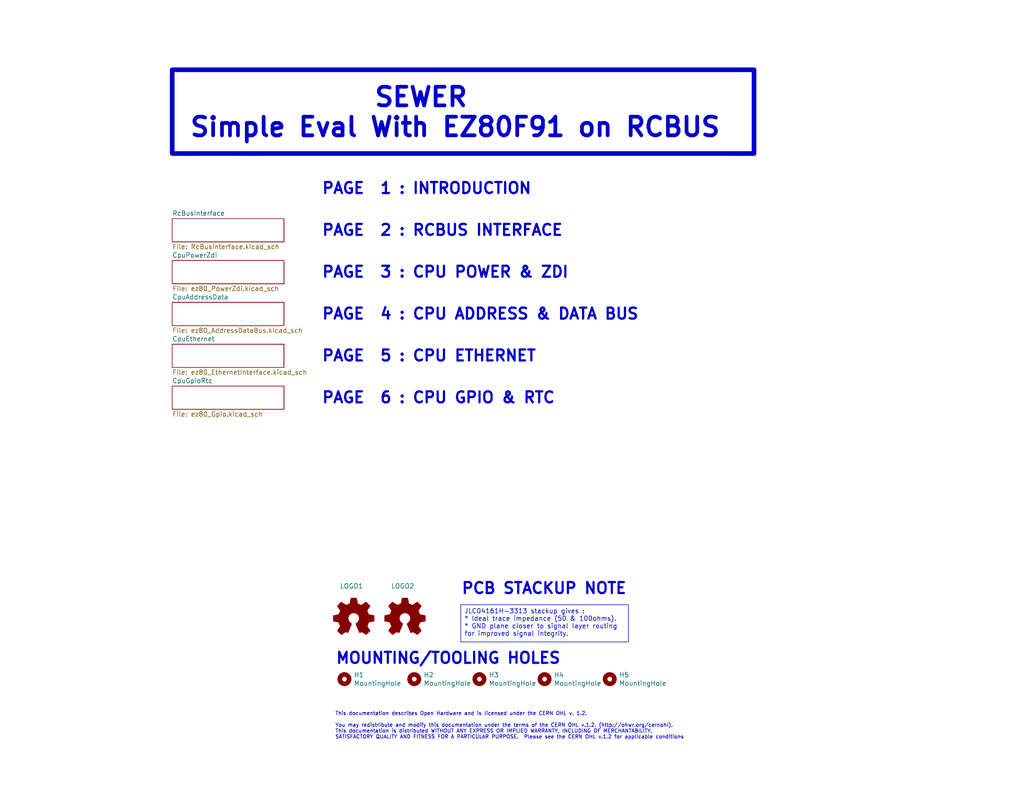
<source format=kicad_sch>
(kicad_sch
	(version 20231120)
	(generator "eeschema")
	(generator_version "8.0")
	(uuid "427359ba-a628-45f2-b713-ef7013e70a1d")
	(paper "USLetter")
	(title_block
		(title "SEWER")
		(date "2024-08-16")
		(rev "0")
		(company "Denno Wiggle")
		(comment 1 "Simple Eval With EZ80F91 on RCBUS")
	)
	(lib_symbols
		(symbol "Graphic:Logo_Open_Hardware_Small"
			(exclude_from_sim no)
			(in_bom no)
			(on_board no)
			(property "Reference" "#SYM"
				(at 0 6.985 0)
				(effects
					(font
						(size 1.27 1.27)
					)
					(hide yes)
				)
			)
			(property "Value" "Logo_Open_Hardware_Small"
				(at 0 -5.715 0)
				(effects
					(font
						(size 1.27 1.27)
					)
					(hide yes)
				)
			)
			(property "Footprint" ""
				(at 0 0 0)
				(effects
					(font
						(size 1.27 1.27)
					)
					(hide yes)
				)
			)
			(property "Datasheet" "~"
				(at 0 0 0)
				(effects
					(font
						(size 1.27 1.27)
					)
					(hide yes)
				)
			)
			(property "Description" "Open Hardware logo, small"
				(at 0 0 0)
				(effects
					(font
						(size 1.27 1.27)
					)
					(hide yes)
				)
			)
			(property "Sim.Enable" "0"
				(at 0 0 0)
				(effects
					(font
						(size 1.27 1.27)
					)
					(hide yes)
				)
			)
			(property "ki_keywords" "Logo"
				(at 0 0 0)
				(effects
					(font
						(size 1.27 1.27)
					)
					(hide yes)
				)
			)
			(symbol "Logo_Open_Hardware_Small_0_1"
				(polyline
					(pts
						(xy 3.3528 -4.3434) (xy 3.302 -4.318) (xy 3.175 -4.2418) (xy 2.9972 -4.1148) (xy 2.7686 -3.9624)
						(xy 2.54 -3.81) (xy 2.3622 -3.7084) (xy 2.2352 -3.6068) (xy 2.1844 -3.5814) (xy 2.159 -3.6068)
						(xy 2.0574 -3.6576) (xy 1.905 -3.7338) (xy 1.8034 -3.7846) (xy 1.6764 -3.8354) (xy 1.6002 -3.8354)
						(xy 1.6002 -3.8354) (xy 1.5494 -3.7338) (xy 1.4732 -3.5306) (xy 1.3462 -3.302) (xy 1.2446 -3.0226)
						(xy 1.1176 -2.7178) (xy 0.9652 -2.413) (xy 0.8636 -2.1082) (xy 0.7366 -1.8288) (xy 0.6604 -1.6256)
						(xy 0.6096 -1.4732) (xy 0.5842 -1.397) (xy 0.5842 -1.397) (xy 0.6604 -1.3208) (xy 0.7874 -1.2446)
						(xy 1.0414 -1.016) (xy 1.2954 -0.6858) (xy 1.4478 -0.3302) (xy 1.524 0.0762) (xy 1.4732 0.4572)
						(xy 1.3208 0.8128) (xy 1.0668 1.143) (xy 0.762 1.3716) (xy 0.4064 1.524) (xy 0 1.5748) (xy -0.381 1.5494)
						(xy -0.7366 1.397) (xy -1.0668 1.143) (xy -1.2192 0.9906) (xy -1.397 0.6604) (xy -1.524 0.3048)
						(xy -1.524 0.2286) (xy -1.4986 -0.1778) (xy -1.397 -0.5334) (xy -1.1938 -0.8636) (xy -0.9144 -1.143)
						(xy -0.8636 -1.1684) (xy -0.7366 -1.27) (xy -0.635 -1.3462) (xy -0.5842 -1.397) (xy -1.0668 -2.5908)
						(xy -1.143 -2.794) (xy -1.2954 -3.1242) (xy -1.397 -3.4036) (xy -1.4986 -3.6322) (xy -1.5748 -3.7846)
						(xy -1.6002 -3.8354) (xy -1.6002 -3.8354) (xy -1.651 -3.8354) (xy -1.7272 -3.81) (xy -1.905 -3.7338)
						(xy -2.0066 -3.683) (xy -2.1336 -3.6068) (xy -2.2098 -3.5814) (xy -2.2606 -3.6068) (xy -2.3622 -3.683)
						(xy -2.54 -3.81) (xy -2.7686 -3.9624) (xy -2.9718 -4.0894) (xy -3.1496 -4.2164) (xy -3.302 -4.318)
						(xy -3.3528 -4.3434) (xy -3.3782 -4.3434) (xy -3.429 -4.318) (xy -3.5306 -4.2164) (xy -3.7084 -4.064)
						(xy -3.937 -3.8354) (xy -3.9624 -3.81) (xy -4.1656 -3.6068) (xy -4.318 -3.4544) (xy -4.4196 -3.3274)
						(xy -4.445 -3.2766) (xy -4.445 -3.2766) (xy -4.4196 -3.2258) (xy -4.318 -3.0734) (xy -4.2164 -2.8956)
						(xy -4.064 -2.667) (xy -3.6576 -2.0828) (xy -3.8862 -1.5494) (xy -3.937 -1.3716) (xy -4.0386 -1.1684)
						(xy -4.0894 -1.0414) (xy -4.1148 -0.9652) (xy -4.191 -0.9398) (xy -4.318 -0.9144) (xy -4.5466 -0.8636)
						(xy -4.8006 -0.8128) (xy -5.0546 -0.7874) (xy -5.2578 -0.7366) (xy -5.4356 -0.7112) (xy -5.5118 -0.6858)
						(xy -5.5118 -0.6858) (xy -5.5372 -0.635) (xy -5.5372 -0.5588) (xy -5.5372 -0.4318) (xy -5.5626 -0.2286)
						(xy -5.5626 0.0762) (xy -5.5626 0.127) (xy -5.5372 0.4064) (xy -5.5372 0.635) (xy -5.5372 0.762)
						(xy -5.5372 0.8382) (xy -5.5372 0.8382) (xy -5.461 0.8382) (xy -5.3086 0.889) (xy -5.08 0.9144)
						(xy -4.826 0.9652) (xy -4.8006 0.9906) (xy -4.5466 1.0414) (xy -4.318 1.0668) (xy -4.1656 1.1176)
						(xy -4.0894 1.143) (xy -4.0894 1.143) (xy -4.0386 1.2446) (xy -3.9624 1.4224) (xy -3.8608 1.6256)
						(xy -3.7846 1.8288) (xy -3.7084 2.0066) (xy -3.6576 2.159) (xy -3.6322 2.2098) (xy -3.6322 2.2098)
						(xy -3.683 2.286) (xy -3.7592 2.413) (xy -3.8862 2.5908) (xy -4.064 2.8194) (xy -4.064 2.8448)
						(xy -4.2164 3.0734) (xy -4.3434 3.2512) (xy -4.4196 3.3782) (xy -4.445 3.4544) (xy -4.445 3.4544)
						(xy -4.3942 3.5052) (xy -4.2926 3.6322) (xy -4.1148 3.81) (xy -3.937 4.0132) (xy -3.8608 4.064)
						(xy -3.6576 4.2926) (xy -3.5052 4.4196) (xy -3.4036 4.4958) (xy -3.3528 4.5212) (xy -3.3528 4.5212)
						(xy -3.302 4.4704) (xy -3.1496 4.3688) (xy -2.9718 4.2418) (xy -2.7432 4.0894) (xy -2.7178 4.0894)
						(xy -2.4892 3.937) (xy -2.3114 3.81) (xy -2.1844 3.7084) (xy -2.1336 3.683) (xy -2.1082 3.683)
						(xy -2.032 3.7084) (xy -1.8542 3.7592) (xy -1.6764 3.8354) (xy -1.4732 3.937) (xy -1.27 4.0132)
						(xy -1.143 4.064) (xy -1.0668 4.1148) (xy -1.0668 4.1148) (xy -1.0414 4.191) (xy -1.016 4.3434)
						(xy -0.9652 4.572) (xy -0.9144 4.8514) (xy -0.889 4.9022) (xy -0.8382 5.1562) (xy -0.8128 5.3848)
						(xy -0.7874 5.5372) (xy -0.762 5.588) (xy -0.7112 5.6134) (xy -0.5842 5.6134) (xy -0.4064 5.6134)
						(xy -0.1524 5.6134) (xy 0.0762 5.6134) (xy 0.3302 5.6134) (xy 0.5334 5.6134) (xy 0.6858 5.588)
						(xy 0.7366 5.588) (xy 0.7366 5.588) (xy 0.762 5.5118) (xy 0.8128 5.334) (xy 0.8382 5.1054) (xy 0.9144 4.826)
						(xy 0.9144 4.7752) (xy 0.9652 4.5212) (xy 1.016 4.2926) (xy 1.0414 4.1402) (xy 1.0668 4.0894)
						(xy 1.0668 4.0894) (xy 1.1938 4.0386) (xy 1.3716 3.9624) (xy 1.5748 3.8608) (xy 2.0828 3.6576)
						(xy 2.7178 4.0894) (xy 2.7686 4.1402) (xy 2.9972 4.2926) (xy 3.175 4.4196) (xy 3.302 4.4958) (xy 3.3782 4.5212)
						(xy 3.3782 4.5212) (xy 3.429 4.4704) (xy 3.556 4.3434) (xy 3.7338 4.191) (xy 3.9116 3.9878) (xy 4.064 3.8354)
						(xy 4.2418 3.6576) (xy 4.3434 3.556) (xy 4.4196 3.4798) (xy 4.4196 3.429) (xy 4.4196 3.4036) (xy 4.3942 3.3274)
						(xy 4.2926 3.2004) (xy 4.1656 2.9972) (xy 4.0132 2.794) (xy 3.8862 2.5908) (xy 3.7592 2.3876)
						(xy 3.6576 2.2352) (xy 3.6322 2.159) (xy 3.6322 2.1336) (xy 3.683 2.0066) (xy 3.7592 1.8288) (xy 3.8608 1.6002)
						(xy 4.064 1.1176) (xy 4.3942 1.0414) (xy 4.5974 1.016) (xy 4.8768 0.9652) (xy 5.1308 0.9144) (xy 5.5372 0.8382)
						(xy 5.5626 -0.6604) (xy 5.4864 -0.6858) (xy 5.4356 -0.6858) (xy 5.2832 -0.7366) (xy 5.0546 -0.762)
						(xy 4.8006 -0.8128) (xy 4.5974 -0.8636) (xy 4.3688 -0.9144) (xy 4.2164 -0.9398) (xy 4.1402 -0.9398)
						(xy 4.1148 -0.9652) (xy 4.064 -1.0668) (xy 3.9878 -1.2446) (xy 3.9116 -1.4478) (xy 3.81 -1.651)
						(xy 3.7338 -1.8542) (xy 3.683 -2.0066) (xy 3.6576 -2.0828) (xy 3.683 -2.1336) (xy 3.7846 -2.2606)
						(xy 3.8862 -2.4638) (xy 4.0386 -2.667) (xy 4.191 -2.8956) (xy 4.318 -3.0734) (xy 4.3942 -3.2004)
						(xy 4.445 -3.2766) (xy 4.4196 -3.3274) (xy 4.3434 -3.429) (xy 4.1656 -3.5814) (xy 3.937 -3.8354)
						(xy 3.8862 -3.8608) (xy 3.683 -4.064) (xy 3.5306 -4.2164) (xy 3.4036 -4.318) (xy 3.3528 -4.3434)
					)
					(stroke
						(width 0)
						(type default)
					)
					(fill
						(type outline)
					)
				)
			)
		)
		(symbol "Mechanical:MountingHole"
			(pin_names
				(offset 1.016)
			)
			(exclude_from_sim no)
			(in_bom yes)
			(on_board yes)
			(property "Reference" "H"
				(at 0 5.08 0)
				(effects
					(font
						(size 1.27 1.27)
					)
				)
			)
			(property "Value" "MountingHole"
				(at 0 3.175 0)
				(effects
					(font
						(size 1.27 1.27)
					)
				)
			)
			(property "Footprint" ""
				(at 0 0 0)
				(effects
					(font
						(size 1.27 1.27)
					)
					(hide yes)
				)
			)
			(property "Datasheet" "~"
				(at 0 0 0)
				(effects
					(font
						(size 1.27 1.27)
					)
					(hide yes)
				)
			)
			(property "Description" "Mounting Hole without connection"
				(at 0 0 0)
				(effects
					(font
						(size 1.27 1.27)
					)
					(hide yes)
				)
			)
			(property "ki_keywords" "mounting hole"
				(at 0 0 0)
				(effects
					(font
						(size 1.27 1.27)
					)
					(hide yes)
				)
			)
			(property "ki_fp_filters" "MountingHole*"
				(at 0 0 0)
				(effects
					(font
						(size 1.27 1.27)
					)
					(hide yes)
				)
			)
			(symbol "MountingHole_0_1"
				(circle
					(center 0 0)
					(radius 1.27)
					(stroke
						(width 1.27)
						(type default)
					)
					(fill
						(type none)
					)
				)
			)
		)
	)
	(text_box "JLC04161H-3313 stackup gives :\n* Ideal trace impedance (50 & 100ohms).\n* GND plane closer to signal layer routing for improved signal integrity."
		(exclude_from_sim no)
		(at 125.73 165.1 0)
		(size 45.72 10.16)
		(stroke
			(width 0)
			(type default)
		)
		(fill
			(type none)
		)
		(effects
			(font
				(size 1.27 1.27)
			)
			(justify left top)
		)
		(uuid "2e36d8a5-3c02-400e-b64b-eb30762a322c")
	)
	(text_box "             SEWER\nSimple Eval With EZ80F91 on RCBUS"
		(exclude_from_sim no)
		(at 46.99 19.05 0)
		(size 158.75 22.86)
		(stroke
			(width 1.27)
			(type default)
		)
		(fill
			(type none)
		)
		(effects
			(font
				(size 5.08 5.08)
				(thickness 1.016)
				(bold yes)
			)
			(justify left top)
		)
		(uuid "e2018321-e6d8-4d50-9a80-db971fa9cc78")
	)
	(text "PAGE  5 : CPU ETHERNET"
		(exclude_from_sim no)
		(at 87.63 99.06 0)
		(effects
			(font
				(size 2.9972 2.9972)
				(thickness 0.5994)
				(bold yes)
			)
			(justify left bottom)
		)
		(uuid "03aa941b-9cbb-4c94-ad1c-f5f1f354761f")
	)
	(text "PAGE  1 : INTRODUCTION"
		(exclude_from_sim no)
		(at 87.63 53.34 0)
		(effects
			(font
				(size 2.9972 2.9972)
				(thickness 0.5994)
				(bold yes)
			)
			(justify left bottom)
		)
		(uuid "3954381e-f23d-4f7c-a335-1ebdbb76167f")
	)
	(text "PAGE  4 : CPU ADDRESS & DATA BUS"
		(exclude_from_sim no)
		(at 87.63 87.63 0)
		(effects
			(font
				(size 2.9972 2.9972)
				(thickness 0.5994)
				(bold yes)
			)
			(justify left bottom)
		)
		(uuid "70108204-2a36-46af-b195-ac38e3fbdbb5")
	)
	(text "PAGE  2 : RCBUS INTERFACE"
		(exclude_from_sim no)
		(at 87.63 64.77 0)
		(effects
			(font
				(size 2.9972 2.9972)
				(thickness 0.5994)
				(bold yes)
			)
			(justify left bottom)
		)
		(uuid "916d2bb2-ba5e-4ddf-a71f-375754888b80")
	)
	(text "MOUNTING/TOOLING HOLES"
		(exclude_from_sim no)
		(at 91.44 181.61 0)
		(effects
			(font
				(size 2.9972 2.9972)
				(thickness 0.5994)
				(bold yes)
			)
			(justify left bottom)
		)
		(uuid "94f60264-4c96-4da3-af5e-a49b0423beb5")
	)
	(text "This documentation describes Open Hardware and is licensed under the CERN OHL v. 1.2.\n\nYou may redistribute and modify this documentation under the terms of the CERN OHL v.1.2. (http://ohwr.org/cernohl). \nThis documentation is distributed WITHOUT ANY EXPRESS OR IMPLIED WARRANTY, INCLUDING OF MERCHANTABILITY, \nSATISFACTORY QUALITY AND FITNESS FOR A PARTICULAR PURPOSE.  Please see the CERN OHL v.1.2 for applicable conditions"
		(exclude_from_sim no)
		(at 91.44 201.93 0)
		(effects
			(font
				(size 0.9906 0.9906)
			)
			(justify left bottom)
		)
		(uuid "9854f1ad-d3c5-4424-b9cb-324f648394b6")
	)
	(text "PAGE  6 : CPU GPIO & RTC"
		(exclude_from_sim no)
		(at 87.63 110.49 0)
		(effects
			(font
				(size 2.9972 2.9972)
				(thickness 0.5994)
				(bold yes)
			)
			(justify left bottom)
		)
		(uuid "b3d4c249-30df-44b8-8f74-866fef31af2e")
	)
	(text "PAGE  3 : CPU POWER & ZDI"
		(exclude_from_sim no)
		(at 87.63 76.2 0)
		(effects
			(font
				(size 2.9972 2.9972)
				(thickness 0.5994)
				(bold yes)
			)
			(justify left bottom)
		)
		(uuid "cd90728d-51cb-4fcf-b0ed-9bb6dde8ec70")
	)
	(text "PCB STACKUP NOTE"
		(exclude_from_sim no)
		(at 125.73 162.56 0)
		(effects
			(font
				(size 2.9972 2.9972)
				(thickness 0.5994)
				(bold yes)
			)
			(justify left bottom)
		)
		(uuid "f71f3389-9a0f-4a1a-ac8c-e955c0f5c0a7")
	)
	(symbol
		(lib_id "Mechanical:MountingHole")
		(at 113.03 185.42 0)
		(unit 1)
		(exclude_from_sim no)
		(in_bom yes)
		(on_board yes)
		(dnp no)
		(uuid "0c8cb460-0941-4bda-930d-ed80062fb93f")
		(property "Reference" "H2"
			(at 115.57 184.2516 0)
			(effects
				(font
					(size 1.27 1.27)
				)
				(justify left)
			)
		)
		(property "Value" "MountingHole"
			(at 115.57 186.563 0)
			(effects
				(font
					(size 1.27 1.27)
				)
				(justify left)
			)
		)
		(property "Footprint" "MountingHole:MountingHole_2.7mm_M2.5_DIN965"
			(at 113.03 185.42 0)
			(effects
				(font
					(size 1.27 1.27)
				)
				(hide yes)
			)
		)
		(property "Datasheet" "~"
			(at 113.03 185.42 0)
			(effects
				(font
					(size 1.27 1.27)
				)
				(hide yes)
			)
		)
		(property "Description" ""
			(at 113.03 185.42 0)
			(effects
				(font
					(size 1.27 1.27)
				)
				(hide yes)
			)
		)
		(property "Category" ""
			(at 113.03 185.42 0)
			(effects
				(font
					(size 1.27 1.27)
				)
				(hide yes)
			)
		)
		(property "Family" ""
			(at 113.03 185.42 0)
			(effects
				(font
					(size 1.27 1.27)
				)
				(hide yes)
			)
		)
		(property "Digi-Key_PN" ""
			(at 113.03 185.42 0)
			(effects
				(font
					(size 1.27 1.27)
				)
				(hide yes)
			)
		)
		(property "Manufacturer_Name" ""
			(at 113.03 185.42 0)
			(effects
				(font
					(size 1.27 1.27)
				)
				(hide yes)
			)
		)
		(property "Manufacturer_Part_Number" ""
			(at 113.03 185.42 0)
			(effects
				(font
					(size 1.27 1.27)
				)
				(hide yes)
			)
		)
		(instances
			(project "ZORO"
				(path "/427359ba-a628-45f2-b713-ef7013e70a1d"
					(reference "H2")
					(unit 1)
				)
			)
		)
	)
	(symbol
		(lib_id "Graphic:Logo_Open_Hardware_Small")
		(at 110.49 168.91 0)
		(unit 1)
		(exclude_from_sim no)
		(in_bom no)
		(on_board yes)
		(dnp no)
		(uuid "4ce00e53-b6b6-4a68-88c5-e1cd4eb2fda9")
		(property "Reference" "LOGO2"
			(at 106.68 160.02 0)
			(effects
				(font
					(size 1.27 1.27)
				)
				(justify left)
			)
		)
		(property "Value" "Logo_Open_Hardware_Small"
			(at 110.49 174.625 0)
			(effects
				(font
					(size 1.27 1.27)
				)
				(hide yes)
			)
		)
		(property "Footprint" "Symbol:OSHW-Logo_7.5x8mm_SilkScreen"
			(at 110.49 168.91 0)
			(effects
				(font
					(size 1.27 1.27)
				)
				(hide yes)
			)
		)
		(property "Datasheet" "~"
			(at 110.49 168.91 0)
			(effects
				(font
					(size 1.27 1.27)
				)
				(hide yes)
			)
		)
		(property "Description" ""
			(at 110.49 168.91 0)
			(effects
				(font
					(size 1.27 1.27)
				)
				(hide yes)
			)
		)
		(property "Current" ""
			(at 110.49 168.91 0)
			(effects
				(font
					(size 1.27 1.27)
				)
				(hide yes)
			)
		)
		(property "DK_Datasheet_Link" ""
			(at 110.49 168.91 0)
			(effects
				(font
					(size 1.27 1.27)
				)
				(hide yes)
			)
		)
		(property "DK_Detail_Page" ""
			(at 110.49 168.91 0)
			(effects
				(font
					(size 1.27 1.27)
				)
				(hide yes)
			)
		)
		(property "LCSC" ""
			(at 110.49 168.91 0)
			(effects
				(font
					(size 1.27 1.27)
				)
				(hide yes)
			)
		)
		(property "Mfg_1" ""
			(at 110.49 168.91 0)
			(effects
				(font
					(size 1.27 1.27)
				)
				(hide yes)
			)
		)
		(property "Mouser" ""
			(at 110.49 168.91 0)
			(effects
				(font
					(size 1.27 1.27)
				)
				(hide yes)
			)
		)
		(property "Status" ""
			(at 110.49 168.91 0)
			(effects
				(font
					(size 1.27 1.27)
				)
				(hide yes)
			)
		)
		(property "Value2" ""
			(at 110.49 168.91 0)
			(effects
				(font
					(size 1.27 1.27)
				)
				(hide yes)
			)
		)
		(property "lcsc" ""
			(at 110.49 168.91 0)
			(effects
				(font
					(size 1.27 1.27)
				)
				(hide yes)
			)
		)
		(property "Category" ""
			(at 110.49 168.91 0)
			(effects
				(font
					(size 1.27 1.27)
				)
				(hide yes)
			)
		)
		(property "Family" ""
			(at 110.49 168.91 0)
			(effects
				(font
					(size 1.27 1.27)
				)
				(hide yes)
			)
		)
		(property "Digi-Key_PN" ""
			(at 110.49 168.91 0)
			(effects
				(font
					(size 1.27 1.27)
				)
				(hide yes)
			)
		)
		(property "Manufacturer_Name" ""
			(at 110.49 168.91 0)
			(effects
				(font
					(size 1.27 1.27)
				)
				(hide yes)
			)
		)
		(property "Manufacturer_Part_Number" ""
			(at 110.49 168.91 0)
			(effects
				(font
					(size 1.27 1.27)
				)
				(hide yes)
			)
		)
		(instances
			(project "ZORO"
				(path "/427359ba-a628-45f2-b713-ef7013e70a1d"
					(reference "LOGO2")
					(unit 1)
				)
			)
		)
	)
	(symbol
		(lib_id "Mechanical:MountingHole")
		(at 93.98 185.42 0)
		(unit 1)
		(exclude_from_sim no)
		(in_bom yes)
		(on_board yes)
		(dnp no)
		(uuid "52c932b2-01ff-4988-a20c-a83831e057d1")
		(property "Reference" "H1"
			(at 96.52 184.2516 0)
			(effects
				(font
					(size 1.27 1.27)
				)
				(justify left)
			)
		)
		(property "Value" "MountingHole"
			(at 96.52 186.563 0)
			(effects
				(font
					(size 1.27 1.27)
				)
				(justify left)
			)
		)
		(property "Footprint" "MountingHole:MountingHole_3.2mm_M3"
			(at 93.98 185.42 0)
			(effects
				(font
					(size 1.27 1.27)
				)
				(hide yes)
			)
		)
		(property "Datasheet" "~"
			(at 93.98 185.42 0)
			(effects
				(font
					(size 1.27 1.27)
				)
				(hide yes)
			)
		)
		(property "Description" ""
			(at 93.98 185.42 0)
			(effects
				(font
					(size 1.27 1.27)
				)
				(hide yes)
			)
		)
		(property "Current" ""
			(at 93.98 185.42 0)
			(effects
				(font
					(size 1.27 1.27)
				)
				(hide yes)
			)
		)
		(property "DK_Datasheet_Link" ""
			(at 93.98 185.42 0)
			(effects
				(font
					(size 1.27 1.27)
				)
				(hide yes)
			)
		)
		(property "DK_Detail_Page" ""
			(at 93.98 185.42 0)
			(effects
				(font
					(size 1.27 1.27)
				)
				(hide yes)
			)
		)
		(property "LCSC" ""
			(at 93.98 185.42 0)
			(effects
				(font
					(size 1.27 1.27)
				)
				(hide yes)
			)
		)
		(property "Mfg_1" ""
			(at 93.98 185.42 0)
			(effects
				(font
					(size 1.27 1.27)
				)
				(hide yes)
			)
		)
		(property "Mouser" ""
			(at 93.98 185.42 0)
			(effects
				(font
					(size 1.27 1.27)
				)
				(hide yes)
			)
		)
		(property "Status" ""
			(at 93.98 185.42 0)
			(effects
				(font
					(size 1.27 1.27)
				)
				(hide yes)
			)
		)
		(property "Value2" ""
			(at 93.98 185.42 0)
			(effects
				(font
					(size 1.27 1.27)
				)
				(hide yes)
			)
		)
		(property "lcsc" ""
			(at 93.98 185.42 0)
			(effects
				(font
					(size 1.27 1.27)
				)
				(hide yes)
			)
		)
		(property "Category" ""
			(at 93.98 185.42 0)
			(effects
				(font
					(size 1.27 1.27)
				)
				(hide yes)
			)
		)
		(property "Family" ""
			(at 93.98 185.42 0)
			(effects
				(font
					(size 1.27 1.27)
				)
				(hide yes)
			)
		)
		(property "Digi-Key_PN" ""
			(at 93.98 185.42 0)
			(effects
				(font
					(size 1.27 1.27)
				)
				(hide yes)
			)
		)
		(property "Manufacturer_Name" ""
			(at 93.98 185.42 0)
			(effects
				(font
					(size 1.27 1.27)
				)
				(hide yes)
			)
		)
		(property "Manufacturer_Part_Number" ""
			(at 93.98 185.42 0)
			(effects
				(font
					(size 1.27 1.27)
				)
				(hide yes)
			)
		)
		(instances
			(project "ZORO"
				(path "/427359ba-a628-45f2-b713-ef7013e70a1d"
					(reference "H1")
					(unit 1)
				)
			)
		)
	)
	(symbol
		(lib_id "Mechanical:MountingHole")
		(at 148.59 185.42 0)
		(unit 1)
		(exclude_from_sim no)
		(in_bom yes)
		(on_board yes)
		(dnp no)
		(uuid "5ed46b35-2d6d-4371-80e7-e1c9edf34aa8")
		(property "Reference" "H4"
			(at 151.13 184.2516 0)
			(effects
				(font
					(size 1.27 1.27)
				)
				(justify left)
			)
		)
		(property "Value" "MountingHole"
			(at 151.13 186.563 0)
			(effects
				(font
					(size 1.27 1.27)
				)
				(justify left)
			)
		)
		(property "Footprint" "MountingHole:MountingHole_2.7mm_M2.5_DIN965"
			(at 148.59 185.42 0)
			(effects
				(font
					(size 1.27 1.27)
				)
				(hide yes)
			)
		)
		(property "Datasheet" "~"
			(at 148.59 185.42 0)
			(effects
				(font
					(size 1.27 1.27)
				)
				(hide yes)
			)
		)
		(property "Description" ""
			(at 148.59 185.42 0)
			(effects
				(font
					(size 1.27 1.27)
				)
				(hide yes)
			)
		)
		(property "Category" ""
			(at 148.59 185.42 0)
			(effects
				(font
					(size 1.27 1.27)
				)
				(hide yes)
			)
		)
		(property "Family" ""
			(at 148.59 185.42 0)
			(effects
				(font
					(size 1.27 1.27)
				)
				(hide yes)
			)
		)
		(property "Digi-Key_PN" ""
			(at 148.59 185.42 0)
			(effects
				(font
					(size 1.27 1.27)
				)
				(hide yes)
			)
		)
		(property "Manufacturer_Name" ""
			(at 148.59 185.42 0)
			(effects
				(font
					(size 1.27 1.27)
				)
				(hide yes)
			)
		)
		(property "Manufacturer_Part_Number" ""
			(at 148.59 185.42 0)
			(effects
				(font
					(size 1.27 1.27)
				)
				(hide yes)
			)
		)
		(instances
			(project "ZORO"
				(path "/427359ba-a628-45f2-b713-ef7013e70a1d"
					(reference "H4")
					(unit 1)
				)
			)
		)
	)
	(symbol
		(lib_id "Graphic:Logo_Open_Hardware_Small")
		(at 96.52 168.91 0)
		(unit 1)
		(exclude_from_sim no)
		(in_bom no)
		(on_board yes)
		(dnp no)
		(uuid "79dd6f6d-2f53-421e-9c70-0df165fc9ad0")
		(property "Reference" "LOGO1"
			(at 92.71 160.02 0)
			(effects
				(font
					(size 1.27 1.27)
				)
				(justify left)
			)
		)
		(property "Value" "Logo_Open_Hardware_Small"
			(at 96.52 174.625 0)
			(effects
				(font
					(size 1.27 1.27)
				)
				(hide yes)
			)
		)
		(property "Footprint" "Symbol:OSHW-Logo_7.5x8mm_SilkScreen"
			(at 96.52 168.91 0)
			(effects
				(font
					(size 1.27 1.27)
				)
				(hide yes)
			)
		)
		(property "Datasheet" "~"
			(at 96.52 168.91 0)
			(effects
				(font
					(size 1.27 1.27)
				)
				(hide yes)
			)
		)
		(property "Description" ""
			(at 96.52 168.91 0)
			(effects
				(font
					(size 1.27 1.27)
				)
				(hide yes)
			)
		)
		(property "Current" ""
			(at 96.52 168.91 0)
			(effects
				(font
					(size 1.27 1.27)
				)
				(hide yes)
			)
		)
		(property "DK_Datasheet_Link" ""
			(at 96.52 168.91 0)
			(effects
				(font
					(size 1.27 1.27)
				)
				(hide yes)
			)
		)
		(property "DK_Detail_Page" ""
			(at 96.52 168.91 0)
			(effects
				(font
					(size 1.27 1.27)
				)
				(hide yes)
			)
		)
		(property "LCSC" ""
			(at 96.52 168.91 0)
			(effects
				(font
					(size 1.27 1.27)
				)
				(hide yes)
			)
		)
		(property "Mfg_1" ""
			(at 96.52 168.91 0)
			(effects
				(font
					(size 1.27 1.27)
				)
				(hide yes)
			)
		)
		(property "Mouser" ""
			(at 96.52 168.91 0)
			(effects
				(font
					(size 1.27 1.27)
				)
				(hide yes)
			)
		)
		(property "Status" ""
			(at 96.52 168.91 0)
			(effects
				(font
					(size 1.27 1.27)
				)
				(hide yes)
			)
		)
		(property "Value2" ""
			(at 96.52 168.91 0)
			(effects
				(font
					(size 1.27 1.27)
				)
				(hide yes)
			)
		)
		(property "lcsc" ""
			(at 96.52 168.91 0)
			(effects
				(font
					(size 1.27 1.27)
				)
				(hide yes)
			)
		)
		(property "Category" ""
			(at 96.52 168.91 0)
			(effects
				(font
					(size 1.27 1.27)
				)
				(hide yes)
			)
		)
		(property "Family" ""
			(at 96.52 168.91 0)
			(effects
				(font
					(size 1.27 1.27)
				)
				(hide yes)
			)
		)
		(property "Digi-Key_PN" ""
			(at 96.52 168.91 0)
			(effects
				(font
					(size 1.27 1.27)
				)
				(hide yes)
			)
		)
		(property "Manufacturer_Name" ""
			(at 96.52 168.91 0)
			(effects
				(font
					(size 1.27 1.27)
				)
				(hide yes)
			)
		)
		(property "Manufacturer_Part_Number" ""
			(at 96.52 168.91 0)
			(effects
				(font
					(size 1.27 1.27)
				)
				(hide yes)
			)
		)
		(instances
			(project "ZORO"
				(path "/427359ba-a628-45f2-b713-ef7013e70a1d"
					(reference "LOGO1")
					(unit 1)
				)
			)
		)
	)
	(symbol
		(lib_id "Mechanical:MountingHole")
		(at 130.81 185.42 0)
		(unit 1)
		(exclude_from_sim no)
		(in_bom yes)
		(on_board yes)
		(dnp no)
		(uuid "bbf0a61e-2f9e-4c71-ad34-09b2f111bdba")
		(property "Reference" "H3"
			(at 133.35 184.2516 0)
			(effects
				(font
					(size 1.27 1.27)
				)
				(justify left)
			)
		)
		(property "Value" "MountingHole"
			(at 133.35 186.563 0)
			(effects
				(font
					(size 1.27 1.27)
				)
				(justify left)
			)
		)
		(property "Footprint" "MountingHole:MountingHole_2.7mm_M2.5_DIN965"
			(at 130.81 185.42 0)
			(effects
				(font
					(size 1.27 1.27)
				)
				(hide yes)
			)
		)
		(property "Datasheet" "~"
			(at 130.81 185.42 0)
			(effects
				(font
					(size 1.27 1.27)
				)
				(hide yes)
			)
		)
		(property "Description" ""
			(at 130.81 185.42 0)
			(effects
				(font
					(size 1.27 1.27)
				)
				(hide yes)
			)
		)
		(property "Category" ""
			(at 130.81 185.42 0)
			(effects
				(font
					(size 1.27 1.27)
				)
				(hide yes)
			)
		)
		(property "Family" ""
			(at 130.81 185.42 0)
			(effects
				(font
					(size 1.27 1.27)
				)
				(hide yes)
			)
		)
		(property "Digi-Key_PN" ""
			(at 130.81 185.42 0)
			(effects
				(font
					(size 1.27 1.27)
				)
				(hide yes)
			)
		)
		(property "Manufacturer_Name" ""
			(at 130.81 185.42 0)
			(effects
				(font
					(size 1.27 1.27)
				)
				(hide yes)
			)
		)
		(property "Manufacturer_Part_Number" ""
			(at 130.81 185.42 0)
			(effects
				(font
					(size 1.27 1.27)
				)
				(hide yes)
			)
		)
		(instances
			(project "ZORO"
				(path "/427359ba-a628-45f2-b713-ef7013e70a1d"
					(reference "H3")
					(unit 1)
				)
			)
		)
	)
	(symbol
		(lib_id "Mechanical:MountingHole")
		(at 166.37 185.42 0)
		(unit 1)
		(exclude_from_sim no)
		(in_bom yes)
		(on_board yes)
		(dnp no)
		(uuid "c1481b3a-c92b-4527-923d-62b95f392c8c")
		(property "Reference" "H5"
			(at 168.91 184.2516 0)
			(effects
				(font
					(size 1.27 1.27)
				)
				(justify left)
			)
		)
		(property "Value" "MountingHole"
			(at 168.91 186.563 0)
			(effects
				(font
					(size 1.27 1.27)
				)
				(justify left)
			)
		)
		(property "Footprint" "MountingHole:MountingHole_2.7mm_M2.5_DIN965"
			(at 166.37 185.42 0)
			(effects
				(font
					(size 1.27 1.27)
				)
				(hide yes)
			)
		)
		(property "Datasheet" "~"
			(at 166.37 185.42 0)
			(effects
				(font
					(size 1.27 1.27)
				)
				(hide yes)
			)
		)
		(property "Description" ""
			(at 166.37 185.42 0)
			(effects
				(font
					(size 1.27 1.27)
				)
				(hide yes)
			)
		)
		(property "Category" ""
			(at 166.37 185.42 0)
			(effects
				(font
					(size 1.27 1.27)
				)
				(hide yes)
			)
		)
		(property "Family" ""
			(at 166.37 185.42 0)
			(effects
				(font
					(size 1.27 1.27)
				)
				(hide yes)
			)
		)
		(property "Digi-Key_PN" ""
			(at 166.37 185.42 0)
			(effects
				(font
					(size 1.27 1.27)
				)
				(hide yes)
			)
		)
		(property "Manufacturer_Name" ""
			(at 166.37 185.42 0)
			(effects
				(font
					(size 1.27 1.27)
				)
				(hide yes)
			)
		)
		(property "Manufacturer_Part_Number" ""
			(at 166.37 185.42 0)
			(effects
				(font
					(size 1.27 1.27)
				)
				(hide yes)
			)
		)
		(instances
			(project "ZORO"
				(path "/427359ba-a628-45f2-b713-ef7013e70a1d"
					(reference "H5")
					(unit 1)
				)
			)
		)
	)
	(sheet
		(at 46.99 105.41)
		(size 30.48 6.35)
		(fields_autoplaced yes)
		(stroke
			(width 0.1524)
			(type solid)
		)
		(fill
			(color 0 0 0 0.0000)
		)
		(uuid "15b26876-301b-47e9-9296-710bcc10c49c")
		(property "Sheetname" "CpuGpioRtc"
			(at 46.99 104.6984 0)
			(effects
				(font
					(size 1.27 1.27)
				)
				(justify left bottom)
			)
		)
		(property "Sheetfile" "ez80_Gpio.kicad_sch"
			(at 46.99 112.3446 0)
			(effects
				(font
					(size 1.27 1.27)
				)
				(justify left top)
			)
		)
		(instances
			(project "SEWER"
				(path "/427359ba-a628-45f2-b713-ef7013e70a1d"
					(page "6")
				)
			)
		)
	)
	(sheet
		(at 46.99 82.55)
		(size 30.48 6.35)
		(fields_autoplaced yes)
		(stroke
			(width 0.1524)
			(type solid)
		)
		(fill
			(color 0 0 0 0.0000)
		)
		(uuid "2566048e-1d82-4db9-9b7b-95617e92de6f")
		(property "Sheetname" "CpuAddressData"
			(at 46.99 81.8384 0)
			(effects
				(font
					(size 1.27 1.27)
				)
				(justify left bottom)
			)
		)
		(property "Sheetfile" "ez80_AddressDataBus.kicad_sch"
			(at 46.99 89.4846 0)
			(effects
				(font
					(size 1.27 1.27)
				)
				(justify left top)
			)
		)
		(instances
			(project "SEWER"
				(path "/427359ba-a628-45f2-b713-ef7013e70a1d"
					(page "4")
				)
			)
		)
	)
	(sheet
		(at 46.99 93.98)
		(size 30.48 6.35)
		(fields_autoplaced yes)
		(stroke
			(width 0.1524)
			(type solid)
		)
		(fill
			(color 0 0 0 0.0000)
		)
		(uuid "40fc31ce-c516-4c6c-8955-7cb61518253b")
		(property "Sheetname" "CpuEthernet"
			(at 46.99 93.2684 0)
			(effects
				(font
					(size 1.27 1.27)
				)
				(justify left bottom)
			)
		)
		(property "Sheetfile" "ez80_EthernetInterface.kicad_sch"
			(at 46.99 100.9146 0)
			(effects
				(font
					(size 1.27 1.27)
				)
				(justify left top)
			)
		)
		(instances
			(project "SEWER"
				(path "/427359ba-a628-45f2-b713-ef7013e70a1d"
					(page "5")
				)
			)
		)
	)
	(sheet
		(at 46.99 59.69)
		(size 30.48 6.35)
		(fields_autoplaced yes)
		(stroke
			(width 0.1524)
			(type solid)
		)
		(fill
			(color 0 0 0 0.0000)
		)
		(uuid "7b5a1df6-4548-4829-b8c0-eec9721de4c2")
		(property "Sheetname" "RcBusInterface"
			(at 46.99 58.9784 0)
			(effects
				(font
					(size 1.27 1.27)
				)
				(justify left bottom)
			)
		)
		(property "Sheetfile" "RcBusInterface.kicad_sch"
			(at 46.99 66.6246 0)
			(effects
				(font
					(size 1.27 1.27)
				)
				(justify left top)
			)
		)
		(instances
			(project "SEWER"
				(path "/427359ba-a628-45f2-b713-ef7013e70a1d"
					(page "2")
				)
			)
		)
	)
	(sheet
		(at 46.99 71.12)
		(size 30.48 6.35)
		(fields_autoplaced yes)
		(stroke
			(width 0.1524)
			(type solid)
		)
		(fill
			(color 0 0 0 0.0000)
		)
		(uuid "8f65e0d1-b917-4d22-8370-d80f59a3ded2")
		(property "Sheetname" "CpuPowerZdi"
			(at 46.99 70.4084 0)
			(effects
				(font
					(size 1.27 1.27)
				)
				(justify left bottom)
			)
		)
		(property "Sheetfile" "ez80_PowerZdi.kicad_sch"
			(at 46.99 78.0546 0)
			(effects
				(font
					(size 1.27 1.27)
				)
				(justify left top)
			)
		)
		(instances
			(project "SEWER"
				(path "/427359ba-a628-45f2-b713-ef7013e70a1d"
					(page "3")
				)
			)
		)
	)
	(sheet_instances
		(path "/"
			(page "1")
		)
	)
)

</source>
